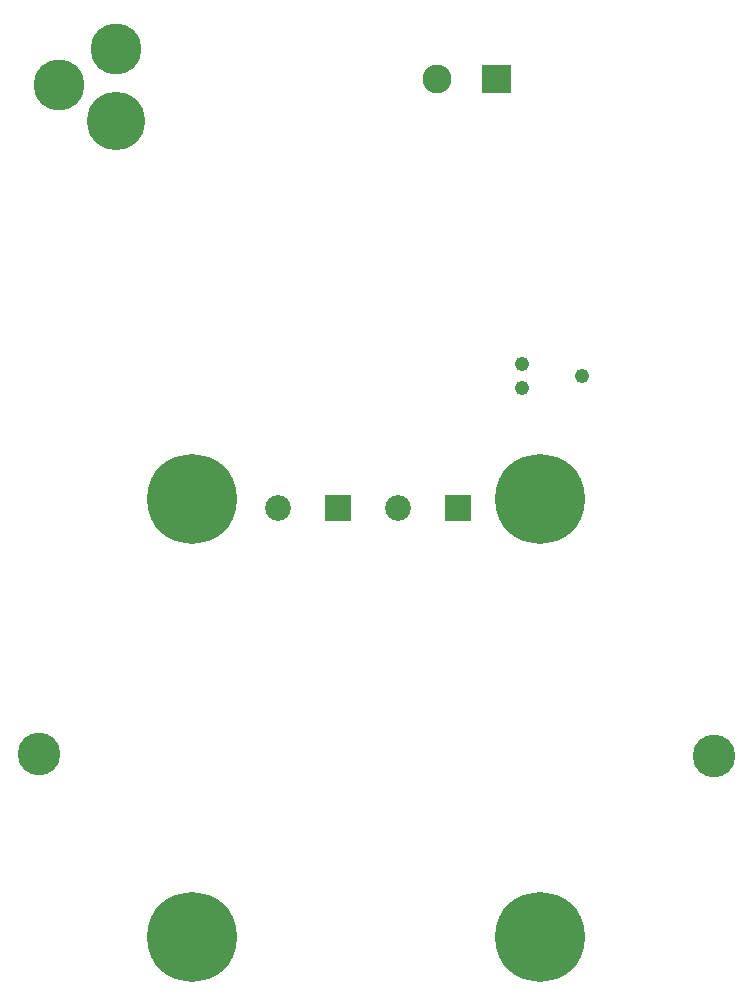
<source format=gbr>
G04 start of page 8 for group -4062 idx -4062 *
G04 Title: (unknown), soldermask *
G04 Creator: pcb 4.0.2 *
G04 CreationDate: Mon Feb 22 18:13:25 2021 UTC *
G04 For: ndholmes *
G04 Format: Gerber/RS-274X *
G04 PCB-Dimensions (mil): 2600.00 3500.00 *
G04 PCB-Coordinate-Origin: lower left *
%MOIN*%
%FSLAX25Y25*%
%LNBOTTOMMASK*%
%ADD77C,0.0860*%
%ADD76C,0.2997*%
%ADD75C,0.1420*%
%ADD74C,0.1700*%
%ADD73C,0.1950*%
%ADD72C,0.0960*%
%ADD71C,0.0001*%
%ADD70C,0.0490*%
G54D70*X196000Y211000D03*
X176000Y207000D03*
Y215000D03*
G54D71*G36*
X162700Y314800D02*Y305200D01*
X172300D01*
Y314800D01*
X162700D01*
G37*
G54D72*X147500Y310000D03*
G54D73*X40500Y296000D03*
G54D74*Y320000D03*
X21500Y308000D03*
G54D75*X15000Y85000D03*
G54D76*X66000Y170000D03*
G54D75*X240000Y84500D03*
G54D76*X182000Y24000D03*
X66000D03*
X182000Y170000D03*
G54D71*G36*
X150200Y171300D02*Y162700D01*
X158800D01*
Y171300D01*
X150200D01*
G37*
G54D77*X134500Y167000D03*
G54D71*G36*
X110200Y171300D02*Y162700D01*
X118800D01*
Y171300D01*
X110200D01*
G37*
G54D77*X94500Y167000D03*
M02*

</source>
